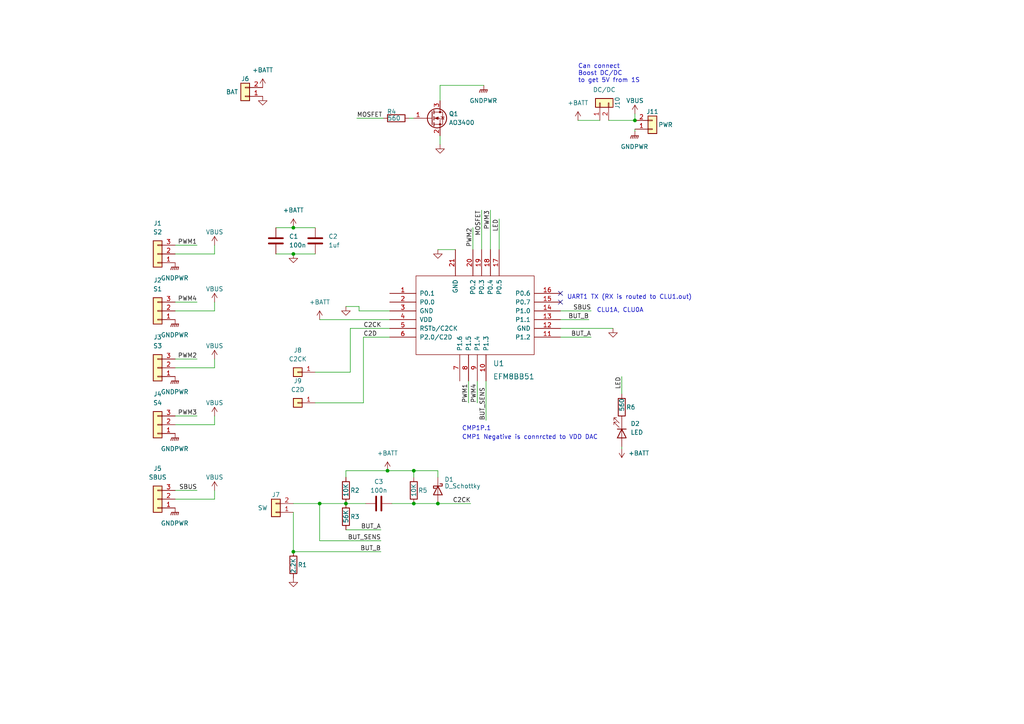
<source format=kicad_sch>
(kicad_sch (version 20211123) (generator eeschema)
  (paper "A4")
  (lib_symbols
    (symbol "Connector_Generic:Conn_01x01" (pin_names (offset 1.016) hide)
      (property "Reference" "J" (at 0 2.54 0))
      (property "Value" "Conn_01x01" (at 0 -2.54 0))
      (symbol "Conn_01x01_1_1"
        (rectangle (start -1.27 0.127) (end 0 -0.127) (stroke (width 0.1524)))
        (rectangle (start -1.27 1.27) (end 1.27 -1.27) (stroke (width 0.254)) (fill (type background)))
        (pin passive line (at -5.08 0 0) (length 3.81) (name "Pin_1") (number "1"))
      )
    )
    (symbol "Connector_Generic:Conn_01x02" (pin_names (offset 1.016) hide)
      (property "Reference" "J" (at 0 2.54 0))
      (property "Value" "Conn_01x02" (at 0 -5.08 0))
      (symbol "Conn_01x02_1_1"
        (rectangle (start -1.27 -2.413) (end 0 -2.667) (stroke (width 0.1524)))
        (rectangle (start -1.27 0.127) (end 0 -0.127) (stroke (width 0.1524)))
        (rectangle (start -1.27 1.27) (end 1.27 -3.81) (stroke (width 0.254)) (fill (type background)))
        (pin passive line (at -5.08 0 0) (length 3.81) (name "Pin_1") (number "1"))
        (pin passive line (at -5.08 -2.54 0) (length 3.81) (name "Pin_2") (number "2"))
      )
    )
    (symbol "Connector_Generic:Conn_01x03" (pin_names (offset 1.016) hide)
      (property "Reference" "J" (at 0 5.08 0))
      (property "Value" "Conn_01x03" (at 0 -5.08 0))
      (symbol "Conn_01x03_1_1"
        (rectangle (start -1.27 -2.413) (end 0 -2.667) (stroke (width 0.1524)))
        (rectangle (start -1.27 0.127) (end 0 -0.127) (stroke (width 0.1524)))
        (rectangle (start -1.27 2.667) (end 0 2.413) (stroke (width 0.1524)))
        (rectangle (start -1.27 3.81) (end 1.27 -3.81) (stroke (width 0.254)) (fill (type background)))
        (pin passive line (at -5.08 2.54 0) (length 3.81) (name "Pin_1") (number "1"))
        (pin passive line (at -5.08 0 0) (length 3.81) (name "Pin_2") (number "2"))
        (pin passive line (at -5.08 -2.54 0) (length 3.81) (name "Pin_3") (number "3"))
      )
    )
    (symbol "Device:C" (pin_numbers hide) (pin_names (offset 0.254))
      (property "Reference" "C" (at 0.635 2.54 0))
      (property "Value" "C" (at 0.635 -2.54 0))
      (symbol "C_0_1"
        (polyline (pts (xy -2.032 -0.762) (xy 2.032 -0.762)) (stroke (width 0.508)))
        (polyline (pts (xy -2.032 0.762) (xy 2.032 0.762)) (stroke (width 0.508)))
      )
      (symbol "C_1_1"
        (pin passive line (at 0 3.81 270) (length 2.794) (name "~") (number "1"))
        (pin passive line (at 0 -3.81 90) (length 2.794) (name "~") (number "2"))
      )
    )
    (symbol "Device:D_Schottky" (pin_numbers hide) (pin_names (offset 1.016) hide)
      (property "Reference" "D" (at 0 2.54 0))
      (property "Value" "D_Schottky" (at 0 -2.54 0))
      (symbol "D_Schottky_0_1"
        (polyline (pts (xy 1.27 0) (xy -1.27 0)))
        (polyline (pts (xy 1.27 1.27) (xy 1.27 -1.27) (xy -1.27 0) (xy 1.27 1.27)) (stroke (width 0.254)))
        (polyline (pts (xy -1.905 0.635) (xy -1.905 1.27) (xy -1.27 1.27) (xy -1.27 -1.27) (xy -0.635 -1.27) (xy -0.635 -0.635)) (stroke (width 0.254)))
      )
      (symbol "D_Schottky_1_1"
        (pin passive line (at -3.81 0 0) (length 2.54) (name "K") (number "1"))
        (pin passive line (at 3.81 0 180) (length 2.54) (name "A") (number "2"))
      )
    )
    (symbol "Device:LED" (pin_numbers hide) (pin_names (offset 1.016) hide)
      (property "Reference" "D" (at 0 2.54 0))
      (property "Value" "LED" (at 0 -2.54 0))
      (symbol "LED_0_1"
        (polyline (pts (xy -1.27 -1.27) (xy -1.27 1.27)) (stroke (width 0.254)))
        (polyline (pts (xy -1.27 0) (xy 1.27 0)))
        (polyline (pts (xy 1.27 -1.27) (xy 1.27 1.27) (xy -1.27 0) (xy 1.27 -1.27)) (stroke (width 0.254)))
        (polyline (pts (xy -3.048 -0.762) (xy -4.572 -2.286) (xy -3.81 -2.286) (xy -4.572 -2.286) (xy -4.572 -1.524)))
        (polyline (pts (xy -1.778 -0.762) (xy -3.302 -2.286) (xy -2.54 -2.286) (xy -3.302 -2.286) (xy -3.302 -1.524)))
      )
      (symbol "LED_1_1"
        (pin passive line (at -3.81 0 0) (length 2.54) (name "K") (number "1"))
        (pin passive line (at 3.81 0 180) (length 2.54) (name "A") (number "2"))
      )
    )
    (symbol "Device:Q_NMOS_GSD" (pin_names (offset 0) hide)
      (property "Reference" "Q" (at 5.08 1.27 0))
      (property "Value" "Q_NMOS_GSD" (at 5.08 -1.27 0))
      (symbol "Q_NMOS_GSD_0_1"
        (polyline (pts (xy 0.254 0) (xy -2.54 0)))
        (polyline (pts (xy 0.254 1.905) (xy 0.254 -1.905)) (stroke (width 0.254)))
        (polyline (pts (xy 0.762 -1.27) (xy 0.762 -2.286)) (stroke (width 0.254)))
        (polyline (pts (xy 0.762 0.508) (xy 0.762 -0.508)) (stroke (width 0.254)))
        (polyline (pts (xy 0.762 2.286) (xy 0.762 1.27)) (stroke (width 0.254)))
        (polyline (pts (xy 2.54 2.54) (xy 2.54 1.778)))
        (polyline (pts (xy 2.54 -2.54) (xy 2.54 0) (xy 0.762 0)))
        (polyline (pts (xy 0.762 -1.778) (xy 3.302 -1.778) (xy 3.302 1.778) (xy 0.762 1.778)))
        (polyline (pts (xy 1.016 0) (xy 2.032 0.381) (xy 2.032 -0.381) (xy 1.016 0)) (fill (type outline)))
        (polyline (pts (xy 2.794 0.508) (xy 2.921 0.381) (xy 3.683 0.381) (xy 3.81 0.254)))
        (polyline (pts (xy 3.302 0.381) (xy 2.921 -0.254) (xy 3.683 -0.254) (xy 3.302 0.381)))
        (circle (center 1.651 0) (radius 2.794) (stroke (width 0.254)))
        (circle (center 2.54 -1.778) (radius 0.254) (fill (type outline)))
        (circle (center 2.54 1.778) (radius 0.254) (fill (type outline)))
      )
      (symbol "Q_NMOS_GSD_1_1"
        (pin input line (at -5.08 0 0) (length 2.54) (name "G") (number "1"))
        (pin passive line (at 2.54 -5.08 90) (length 2.54) (name "S") (number "2"))
        (pin passive line (at 2.54 5.08 270) (length 2.54) (name "D") (number "3"))
      )
    )
    (symbol "Device:R" (pin_numbers hide) (pin_names (offset 0))
      (property "Reference" "R" (at 2.032 0 90))
      (property "Value" "R" (at 0 0 90))
      (symbol "R_0_1"
        (rectangle (start -1.016 -2.54) (end 1.016 2.54) (stroke (width 0.254)))
      )
      (symbol "R_1_1"
        (pin passive line (at 0 3.81 270) (length 1.27) (name "~") (number "1"))
        (pin passive line (at 0 -3.81 90) (length 1.27) (name "~") (number "2"))
      )
    )
    (symbol "KiCadCustomLibraries:EFM8BB21" (pin_names (offset 1.016))
      (property "Reference" "U" (at 0 1.27 0))
      (property "Value" "EFM8BB21" (at 0 3.81 0))
      (symbol "EFM8BB21_0_1"
        (rectangle (start -16.51 12.7) (end 17.78 -10.16))
      )
      (symbol "EFM8BB21_1_1"
        (pin input line (at -24.13 7.62 0) (length 7.62) (name "P0.1") (number "1"))
        (pin input line (at 3.81 -17.78 90) (length 7.62) (name "P1.3") (number "10"))
        (pin input line (at 25.4 -5.08 180) (length 7.62) (name "P1.2") (number "11"))
        (pin input line (at 25.4 -2.54 180) (length 7.62) (name "GND") (number "12"))
        (pin input line (at 25.4 0 180) (length 7.62) (name "P1.1") (number "13"))
        (pin input line (at 25.4 2.54 180) (length 7.62) (name "P1.0") (number "14"))
        (pin input line (at 25.4 5.08 180) (length 7.62) (name "P0.7") (number "15"))
        (pin input line (at 25.4 7.62 180) (length 7.62) (name "P0.6") (number "16"))
        (pin input line (at 7.62 20.32 270) (length 7.62) (name "P0.5") (number "17"))
        (pin input line (at 5.08 20.32 270) (length 7.62) (name "P0.4") (number "18"))
        (pin input line (at 2.54 20.32 270) (length 7.62) (name "P0.3") (number "19"))
        (pin input line (at -24.13 5.08 0) (length 7.62) (name "P0.0") (number "2"))
        (pin input line (at 0 20.32 270) (length 7.62) (name "P0.2") (number "20"))
        (pin input line (at -5.08 20.32 270) (length 7.62) (name "GND") (number "21"))
        (pin input line (at -24.13 2.54 0) (length 7.62) (name "GND") (number "3"))
        (pin input line (at -24.13 0 0) (length 7.62) (name "VDD") (number "4"))
        (pin input line (at -24.13 -2.54 0) (length 7.62) (name "RSTb/C2CK") (number "5"))
        (pin input line (at -24.13 -5.08 0) (length 7.62) (name "P2.0/C2D") (number "6"))
        (pin input line (at -3.81 -17.78 90) (length 7.62) (name "P1.6") (number "7"))
        (pin input line (at -1.27 -17.78 90) (length 7.62) (name "P1.5") (number "8"))
        (pin input line (at 1.27 -17.78 90) (length 7.62) (name "P1.4") (number "9"))
      )
    )
    (symbol "power:+BATT" (power) (pin_names (offset 0))
      (property "Value" "+BATT" (at 0 3.556 0))
      (symbol "+BATT_0_1"
        (polyline (pts (xy -0.762 1.27) (xy 0 2.54)))
        (polyline (pts (xy 0 0) (xy 0 2.54)))
        (polyline (pts (xy 0 2.54) (xy 0.762 1.27)))
      )
      (symbol "+BATT_1_1"
        (pin power_in line (at 0 0 90) (length 0) hide (name "+BATT") (number "1"))
      )
    )
    (symbol "power:GND" (power) (pin_names (offset 0))
      (property "Value" "GND" (at 0 -3.81 0))
      (symbol "GND_0_1"
        (polyline (pts (xy 0 0) (xy 0 -1.27) (xy 1.27 -1.27) (xy 0 -2.54) (xy -1.27 -1.27) (xy 0 -1.27)))
      )
      (symbol "GND_1_1"
        (pin power_in line (at 0 0 270) (length 0) hide (name "GND") (number "1"))
      )
    )
    (symbol "power:GNDPWR" (power) (pin_names (offset 0))
      (property "Value" "GNDPWR" (at 0 -3.302 0))
      (symbol "GNDPWR_0_1"
        (polyline (pts (xy 0 -1.27) (xy 0 0)))
        (polyline (pts (xy -1.016 -1.27) (xy -1.27 -2.032) (xy -1.27 -2.032)) (stroke (width 0.2032)))
        (polyline (pts (xy -0.508 -1.27) (xy -0.762 -2.032) (xy -0.762 -2.032)) (stroke (width 0.2032)))
        (polyline (pts (xy 0 -1.27) (xy -0.254 -2.032) (xy -0.254 -2.032)) (stroke (width 0.2032)))
        (polyline (pts (xy 0.508 -1.27) (xy 0.254 -2.032) (xy 0.254 -2.032)) (stroke (width 0.2032)))
        (polyline (pts (xy 1.016 -1.27) (xy -1.016 -1.27) (xy -1.016 -1.27)) (stroke (width 0.2032)))
        (polyline (pts (xy 1.016 -1.27) (xy 0.762 -2.032) (xy 0.762 -2.032) (xy 0.762 -2.032)) (stroke (width 0.2032)))
      )
      (symbol "GNDPWR_1_1"
        (pin power_in line (at 0 0 270) (length 0) hide (name "GNDPWR") (number "1"))
      )
    )
    (symbol "power:VBUS" (power) (pin_names (offset 0))
      (property "Value" "VBUS" (at 0 3.81 0))
      (symbol "VBUS_0_1"
        (polyline (pts (xy -0.762 1.27) (xy 0 2.54)))
        (polyline (pts (xy 0 0) (xy 0 2.54)))
        (polyline (pts (xy 0 2.54) (xy 0.762 1.27)))
      )
      (symbol "VBUS_1_1"
        (pin power_in line (at 0 0 90) (length 0) hide (name "VBUS") (number "1"))
      )
    )
  )
  (junction (at 120.015 136.525))
  (junction (at 120.015 146.05))
  (junction (at 112.395 136.525))
  (junction (at 184.15 34.925))
  (junction (at 85.09 160.02))
  (junction (at 100.33 146.05))
  (junction (at 85.09 66.04))
  (junction (at 92.71 146.05))
  (junction (at 85.09 73.66))
  (junction (at 127 146.05))
  (no_connect (at 162.56 85.09))
  (no_connect (at 162.56 87.63))
  (wire (pts (xy 162.56 95.25) (xy 177.8 95.25)))
  (wire (pts (xy 62.23 120.65) (xy 62.23 123.19)))
  (wire (pts (xy 127 72.39) (xy 132.08 72.39)))
  (wire (pts (xy 100.33 146.05) (xy 106.045 146.05)))
  (wire (pts (xy 50.8 87.63) (xy 57.15 87.63)))
  (wire (pts (xy 100.33 153.67) (xy 110.49 153.67)))
  (wire (pts (xy 118.745 34.29) (xy 120.015 34.29)))
  (wire (pts (xy 144.78 72.39) (xy 144.78 63.5)))
  (wire (pts (xy 139.7 60.96) (xy 139.7 72.39)))
  (wire (pts (xy 50.8 71.12) (xy 57.15 71.12)))
  (wire (pts (xy 50.8 144.78) (xy 62.23 144.78)))
  (wire (pts (xy 85.09 160.02) (xy 110.49 160.02)))
  (wire (pts (xy 140.97 121.92) (xy 140.97 110.49)))
  (wire (pts (xy 62.23 87.63) (xy 62.23 90.17)))
  (wire (pts (xy 127.635 24.765) (xy 127.635 29.21)))
  (wire (pts (xy 120.015 136.525) (xy 127 136.525)))
  (wire (pts (xy 92.71 146.05) (xy 100.33 146.05)))
  (wire (pts (xy 101.6 95.25) (xy 101.6 107.95)))
  (wire (pts (xy 180.34 129.54) (xy 180.34 130.175)))
  (wire (pts (xy 127.635 39.37) (xy 127.635 41.91)))
  (wire (pts (xy 176.53 34.925) (xy 184.15 34.925)))
  (wire (pts (xy 127.635 24.765) (xy 140.335 24.765)))
  (wire (pts (xy 85.09 73.66) (xy 91.44 73.66)))
  (wire (pts (xy 92.71 156.845) (xy 110.49 156.845)))
  (wire (pts (xy 80.01 73.66) (xy 85.09 73.66)))
  (wire (pts (xy 135.89 110.49) (xy 135.89 116.84)))
  (wire (pts (xy 180.34 109.22) (xy 180.34 114.3)))
  (wire (pts (xy 62.23 71.12) (xy 62.23 73.66)))
  (wire (pts (xy 105.41 116.84) (xy 105.41 97.79)))
  (wire (pts (xy 50.8 73.66) (xy 62.23 73.66)))
  (wire (pts (xy 142.24 60.96) (xy 142.24 72.39)))
  (wire (pts (xy 162.56 90.17) (xy 171.45 90.17)))
  (wire (pts (xy 138.43 116.84) (xy 138.43 110.49)))
  (wire (pts (xy 112.395 136.525) (xy 120.015 136.525)))
  (wire (pts (xy 111.125 34.29) (xy 103.505 34.29)))
  (wire (pts (xy 137.16 66.04) (xy 137.16 72.39)))
  (wire (pts (xy 113.03 90.17) (xy 104.14 90.17)))
  (wire (pts (xy 184.15 33.02) (xy 184.15 34.925)))
  (wire (pts (xy 62.23 142.24) (xy 62.23 144.78)))
  (wire (pts (xy 80.01 66.04) (xy 85.09 66.04)))
  (wire (pts (xy 127 146.05) (xy 136.525 146.05)))
  (wire (pts (xy 120.015 146.05) (xy 127 146.05)))
  (wire (pts (xy 92.71 92.71) (xy 113.03 92.71)))
  (wire (pts (xy 100.33 138.43) (xy 100.33 136.525)))
  (wire (pts (xy 104.14 90.17) (xy 104.14 88.9)))
  (wire (pts (xy 91.44 107.95) (xy 101.6 107.95)))
  (wire (pts (xy 50.8 123.19) (xy 62.23 123.19)))
  (wire (pts (xy 50.8 120.65) (xy 57.15 120.65)))
  (wire (pts (xy 113.665 146.05) (xy 120.015 146.05)))
  (wire (pts (xy 162.56 97.79) (xy 171.45 97.79)))
  (wire (pts (xy 162.56 92.71) (xy 170.815 92.71)))
  (wire (pts (xy 50.8 90.17) (xy 62.23 90.17)))
  (wire (pts (xy 50.8 106.68) (xy 62.23 106.68)))
  (wire (pts (xy 104.14 88.9) (xy 100.33 88.9)))
  (wire (pts (xy 62.23 104.14) (xy 62.23 106.68)))
  (wire (pts (xy 91.44 116.84) (xy 105.41 116.84)))
  (wire (pts (xy 105.41 97.79) (xy 113.03 97.79)))
  (wire (pts (xy 50.8 104.14) (xy 57.15 104.14)))
  (wire (pts (xy 92.71 156.845) (xy 92.71 146.05)))
  (wire (pts (xy 85.09 146.05) (xy 92.71 146.05)))
  (wire (pts (xy 167.64 34.925) (xy 173.99 34.925)))
  (wire (pts (xy 101.6 95.25) (xy 113.03 95.25)))
  (wire (pts (xy 120.015 136.525) (xy 120.015 138.43)))
  (wire (pts (xy 50.8 142.24) (xy 57.15 142.24)))
  (wire (pts (xy 85.09 66.04) (xy 91.44 66.04)))
  (wire (pts (xy 184.15 37.465) (xy 184.15 38.1)))
  (wire (pts (xy 127 136.525) (xy 127 138.43)))
  (wire (pts (xy 85.09 148.59) (xy 85.09 160.02)))
  (wire (pts (xy 100.33 136.525) (xy 112.395 136.525)))
  (text "UART1 TX (RX is routed to CLU1.out)" (at 164.465 86.995 0) (effects (font (size 1.27 1.27)) (justify left bottom)))
  (text "CMP1 Negative is connrcted to VDD DAC" (at 133.985 127.635 0) (effects (font (size 1.27 1.27)) (justify left bottom)))
  (text "Can connect\nBoost DC/DC\nto get 5V from 1S" (at 167.64 24.13 0) (effects (font (size 1.27 1.27)) (justify left bottom)))
  (text "CMP1P.1" (at 133.985 125.095 0) (effects (font (size 1.27 1.27)) (justify left bottom)))
  (text "CLU1A, CLU0A" (at 186.69 90.805 180) (effects (font (size 1.27 1.27)) (justify right bottom)))
  (label "C2CK" (at 105.41 95.25 0))
  (label "BUT_A" (at 110.49 153.67 180))
  (label "BUT_SENS" (at 110.49 156.845 180))
  (label "MOSFET" (at 103.505 34.29 0))
  (label "C2CK" (at 136.525 146.05 180))
  (label "C2D" (at 105.41 97.79 0))
  (label "PWM4" (at 57.15 87.63 180))
  (label "PWM3" (at 142.24 60.96 270))
  (label "PWM2" (at 57.15 104.14 180))
  (label "PWM4" (at 138.43 116.84 90))
  (label "PWM1" (at 57.15 71.12 180))
  (label "LED" (at 180.34 109.22 270))
  (label "BUT_SENS" (at 140.97 121.92 90))
  (label "SBUS" (at 57.15 142.24 180))
  (label "LED" (at 144.78 63.5 270))
  (label "PWM2" (at 137.16 66.04 270))
  (label "BUT_A" (at 171.45 97.79 180))
  (label "MOSFET" (at 139.7 60.96 270))
  (label "SBUS" (at 171.45 90.17 180))
  (label "BUT_B" (at 110.49 160.02 180))
  (label "PWM3" (at 57.15 120.65 180))
  (label "PWM1" (at 135.89 116.84 90))
  (label "BUT_B" (at 170.815 92.71 180))
  (symbol (lib_id "Device:LED") (at 180.34 125.73 270) (unit 1)
    (property "Reference" "D2" (at 182.88 122.8724 90) (effects (justify left)))
    (property "Value" "LED" (at 182.88 125.4124 90) (effects (justify left)))
    (property "Footprint" "LED_SMD:LED_0805_2012Metric" (effects hide))
  )
  (symbol (lib_id "Device:R") (at 85.09 163.83 0) (unit 1)
    (property "Reference" "R1" (at 86.36 163.83 0) (effects (justify left)))
    (property "Value" "2.2K" (at 85.09 166.37 90) (effects (justify left)))
    (property "Footprint" "Resistor_SMD:R_0603_1608Metric" (effects hide))
  )
  (symbol (lib_id "Connector_Generic:Conn_01x03") (at 45.72 144.78 180) (unit 1)
    (property "Reference" "J5" (at 45.72 135.89 0))
    (property "Value" "SBUS" (at 45.72 138.43 0))
    (property "Footprint" "KiCadCustomLibs:Pads_prog_3pin1.25mm" (effects hide))
  )
  (symbol (lib_id "power:+BATT") (at 167.64 34.925 0) (unit 1)
    (property "Reference" "#PWR022" (effects hide))
    (property "Value" "+BATT" (at 167.64 29.845 0))
  )
  (symbol (lib_id "power:VBUS") (at 62.23 71.12 0) (unit 1)
    (property "Reference" "#PWR06" (effects hide))
    (property "Value" "VBUS" (at 62.23 67.31 0))
  )
  (symbol (lib_id "Connector_Generic:Conn_01x03") (at 45.72 106.68 180) (unit 1)
    (property "Reference" "J3" (at 45.72 97.79 0))
    (property "Value" "S3" (at 45.72 100.33 0))
    (property "Footprint" "KiCadCustomLibs:Pads_prog_3pin1.25mm" (effects hide))
  )
  (symbol (lib_id "Connector_Generic:Conn_01x02") (at 189.23 37.465 0) (mirror x) (unit 1)
    (property "Reference" "J11" (at 189.23 32.385 0))
    (property "Value" "PWR" (at 193.04 36.195 0))
    (property "Footprint" "Connector_PinHeader_2.00mm:PinHeader_1x02_P2.00mm_Vertical" (effects hide))
  )
  (symbol (lib_id "Device:D_Schottky") (at 127 142.24 270) (unit 1)
    (property "Reference" "D1" (at 128.905 139.065 90) (effects (justify left)))
    (property "Value" "D_Schottky" (at 128.905 140.97 90) (effects (justify left)))
    (property "Footprint" "Diode_SMD:D_SOD-523" (effects hide))
  )
  (symbol (lib_id "power:GND") (at 127 72.39 0) (unit 1)
    (property "Reference" "#PWR019" (effects hide))
    (property "Value" "GND" (effects hide))
  )
  (symbol (lib_id "power:GND") (at 85.09 167.64 0) (unit 1)
    (property "Reference" "#PWR015" (effects hide))
    (property "Value" "GND" (effects hide))
  )
  (symbol (lib_id "Device:C") (at 91.44 69.85 0) (unit 1)
    (property "Reference" "C2" (at 95.25 68.5799 0) (effects (justify left)))
    (property "Value" "1uf" (at 95.25 71.1199 0) (effects (justify left)))
    (property "Footprint" "Capacitor_SMD:C_0603_1608Metric" (effects hide))
  )
  (symbol (lib_id "power:GND") (at 100.33 88.9 0) (unit 1)
    (property "Reference" "#PWR017" (effects hide))
    (property "Value" "GND" (effects hide))
  )
  (symbol (lib_id "power:+BATT") (at 76.2 25.4 0) (unit 1)
    (property "Reference" "#PWR011" (effects hide))
    (property "Value" "+BATT" (at 76.2 20.32 0))
  )
  (symbol (lib_id "power:+BATT") (at 180.34 130.175 180) (unit 1)
    (property "Reference" "#PWR024" (effects hide))
    (property "Value" "+BATT" (at 182.245 131.4449 0) (effects (justify right)))
  )
  (symbol (lib_id "power:GNDPWR") (at 50.8 109.22 0) (unit 1)
    (property "Reference" "#PWR03" (effects hide))
    (property "Value" "GNDPWR" (at 50.673 113.665 0))
  )
  (symbol (lib_id "power:GNDPWR") (at 50.8 76.2 0) (unit 1)
    (property "Reference" "#PWR01" (effects hide))
    (property "Value" "GNDPWR" (at 50.673 80.645 0))
  )
  (symbol (lib_id "power:VBUS") (at 62.23 120.65 0) (unit 1)
    (property "Reference" "#PWR09" (effects hide))
    (property "Value" "VBUS" (at 62.23 116.84 0))
  )
  (symbol (lib_id "Device:R") (at 100.33 142.24 0) (unit 1)
    (property "Reference" "R2" (at 101.6 142.24 0) (effects (justify left)))
    (property "Value" "10K" (at 100.33 144.145 90) (effects (justify left)))
    (property "Footprint" "Resistor_SMD:R_0603_1608Metric" (effects hide))
  )
  (symbol (lib_id "power:GNDPWR") (at 140.335 24.765 0) (unit 1)
    (property "Reference" "#PWR021" (effects hide))
    (property "Value" "GNDPWR" (at 140.208 29.21 0))
  )
  (symbol (lib_id "power:GND") (at 177.8 95.25 0) (unit 1)
    (property "Reference" "#PWR023" (effects hide))
    (property "Value" "GND" (effects hide))
  )
  (symbol (lib_id "Connector_Generic:Conn_01x03") (at 45.72 123.19 180) (unit 1)
    (property "Reference" "J4" (at 45.72 114.3 0))
    (property "Value" "S4" (at 45.72 116.84 0))
    (property "Footprint" "KiCadCustomLibs:Pads_prog_3pin1.25mm" (effects hide))
  )
  (symbol (lib_id "Device:Q_NMOS_GSD") (at 125.095 34.29 0) (unit 1)
    (property "Reference" "Q1" (at 130.175 33.02 0) (effects (justify left)))
    (property "Value" "AO3400" (at 130.175 35.56 0) (effects (justify left)))
    (property "Footprint" "Package_TO_SOT_SMD:SOT-23" (effects hide))
  )
  (symbol (lib_id "power:+BATT") (at 85.09 66.04 0) (unit 1)
    (property "Reference" "#PWR013" (effects hide))
    (property "Value" "+BATT" (at 85.09 60.96 0))
  )
  (symbol (lib_id "Connector_Generic:Conn_01x02") (at 71.12 27.94 180) (unit 1)
    (property "Reference" "J6" (at 71.12 22.86 0))
    (property "Value" "BAT" (at 67.31 26.67 0))
    (property "Footprint" "KiCadCustomLibs:Conn_1x02_2.54_0.9mm" (effects hide))
  )
  (symbol (lib_id "Connector_Generic:Conn_01x01") (at 86.36 116.84 180) (unit 1)
    (property "Reference" "J9" (at 86.36 110.49 0))
    (property "Value" "C2D" (at 86.36 113.03 0))
    (property "Footprint" "KiCadCustomLibs:RC_PAD_TRIANGLE" (effects hide))
  )
  (symbol (lib_id "power:+BATT") (at 92.71 92.71 0) (unit 1)
    (property "Reference" "#PWR016" (effects hide))
    (property "Value" "+BATT" (at 92.71 87.63 0))
  )
  (symbol (lib_id "Device:R") (at 100.33 149.86 0) (unit 1)
    (property "Reference" "R3" (at 101.6 149.86 0) (effects (justify left)))
    (property "Value" "56K" (at 100.33 151.765 90) (effects (justify left)))
    (property "Footprint" "Resistor_SMD:R_0603_1608Metric" (effects hide))
  )
  (symbol (lib_id "power:GNDPWR") (at 184.15 38.1 0) (unit 1)
    (property "Reference" "#PWR026" (effects hide))
    (property "Value" "GNDPWR" (at 184.023 42.545 0))
  )
  (symbol (lib_id "power:GND") (at 127.635 41.91 0) (mirror y) (unit 1)
    (property "Reference" "#PWR020" (effects hide))
    (property "Value" "GND" (effects hide))
  )
  (symbol (lib_id "Connector_Generic:Conn_01x02") (at 80.01 148.59 180) (unit 1)
    (property "Reference" "J7" (at 80.01 143.51 0))
    (property "Value" "SW" (at 76.2 147.32 0))
    (property "Footprint" "KiCadCustomLibs:XFL2006-inductor" (effects hide))
  )
  (symbol (lib_id "power:VBUS") (at 62.23 104.14 0) (unit 1)
    (property "Reference" "#PWR08" (effects hide))
    (property "Value" "VBUS" (at 62.23 100.33 0))
  )
  (symbol (lib_id "power:VBUS") (at 62.23 87.63 0) (unit 1)
    (property "Reference" "#PWR07" (effects hide))
    (property "Value" "VBUS" (at 62.23 83.82 0))
  )
  (symbol (lib_id "Connector_Generic:Conn_01x02") (at 173.99 29.845 90) (unit 1)
    (property "Reference" "J10" (at 179.07 29.845 0))
    (property "Value" "DC/DC" (at 175.26 26.035 90))
    (property "Footprint" "KiCadCustomLibs:XFL2006-inductor" (effects hide))
  )
  (symbol (lib_id "power:GNDPWR") (at 50.8 92.71 0) (unit 1)
    (property "Reference" "#PWR02" (effects hide))
    (property "Value" "GNDPWR" (at 50.673 97.155 0))
  )
  (symbol (lib_id "power:VBUS") (at 184.15 33.02 0) (unit 1)
    (property "Reference" "#PWR025" (effects hide))
    (property "Value" "VBUS" (at 184.15 29.21 0))
  )
  (symbol (lib_id "Device:R") (at 114.935 34.29 90) (unit 1)
    (property "Reference" "R4" (at 114.935 32.385 90) (effects (justify left)))
    (property "Value" "560" (at 116.205 34.29 90) (effects (justify left)))
    (property "Footprint" "Resistor_SMD:R_0603_1608Metric" (effects hide))
  )
  (symbol (lib_id "Connector_Generic:Conn_01x03") (at 45.72 73.66 180) (unit 1)
    (property "Reference" "J1" (at 45.72 64.77 0))
    (property "Value" "S2" (at 45.72 67.31 0))
    (property "Footprint" "KiCadCustomLibs:Pads_prog_3pin1.25mm" (effects hide))
  )
  (symbol (lib_id "Connector_Generic:Conn_01x01") (at 86.36 107.95 180) (unit 1)
    (property "Reference" "J8" (at 86.36 101.6 0))
    (property "Value" "C2CK" (at 86.36 104.14 0))
    (property "Footprint" "KiCadCustomLibs:RC_PAD_TRIANGLE" (effects hide))
  )
  (symbol (lib_id "Connector_Generic:Conn_01x03") (at 45.72 90.17 180) (unit 1)
    (property "Reference" "J2" (at 45.72 81.28 0))
    (property "Value" "S1" (at 45.72 83.82 0))
    (property "Footprint" "KiCadCustomLibs:Pads_prog_3pin1.25mm" (effects hide))
  )
  (symbol (lib_id "Device:R") (at 120.015 142.24 0) (unit 1)
    (property "Reference" "R5" (at 121.285 142.24 0) (effects (justify left)))
    (property "Value" "10K" (at 120.015 144.145 90) (effects (justify left)))
    (property "Footprint" "Resistor_SMD:R_0603_1608Metric" (effects hide))
  )
  (symbol (lib_id "power:GND") (at 85.09 73.66 0) (unit 1)
    (property "Reference" "#PWR014" (effects hide))
    (property "Value" "GND" (effects hide))
  )
  (symbol (lib_id "power:GND") (at 76.2 27.94 0) (unit 1)
    (property "Reference" "#PWR012" (effects hide))
    (property "Value" "GND" (effects hide))
  )
  (symbol (lib_id "power:GNDPWR") (at 50.8 147.32 0) (unit 1)
    (property "Reference" "#PWR05" (effects hide))
    (property "Value" "GNDPWR" (at 50.673 151.765 0))
  )
  (symbol (lib_id "Device:C") (at 80.01 69.85 0) (unit 1)
    (property "Reference" "C1" (at 83.82 68.5799 0) (effects (justify left)))
    (property "Value" "100n" (at 83.82 71.1199 0) (effects (justify left)))
    (property "Footprint" "Capacitor_SMD:C_0603_1608Metric" (effects hide))
  )
  (symbol (lib_id "power:+BATT") (at 112.395 136.525 0) (unit 1)
    (property "Reference" "#PWR018" (effects hide))
    (property "Value" "+BATT" (at 112.395 131.445 0))
  )
  (symbol (lib_id "Device:R") (at 180.34 118.11 0) (unit 1)
    (property "Reference" "R6" (at 181.61 118.11 0) (effects (justify left)))
    (property "Value" "560" (at 180.34 119.38 90) (effects (justify left)))
    (property "Footprint" "Resistor_SMD:R_0603_1608Metric" (effects hide))
  )
  (symbol (lib_id "power:GNDPWR") (at 50.8 125.73 0) (unit 1)
    (property "Reference" "#PWR04" (effects hide))
    (property "Value" "GNDPWR" (at 50.673 130.175 0))
  )
  (symbol (lib_id "Device:C") (at 109.855 146.05 90) (unit 1)
    (property "Reference" "C3" (at 109.855 139.7 90))
    (property "Value" "100n" (at 109.855 142.24 90))
    (property "Footprint" "Capacitor_SMD:C_0603_1608Metric" (effects hide))
  )
  (symbol (lib_id "KiCadCustomLibraries:EFM8BB21") (at 137.16 92.71 0) (unit 1)
    (property "Reference" "U1" (at 142.9894 105.41 0) (effects (font (size 1.524 1.524)) (justify left)))
    (property "Value" "EFM8BB51" (at 142.9894 109.22 0) (effects (font (size 1.524 1.524)) (justify left)))
    (property "Footprint" "KiCadCustomLibs:QFN20" (effects hide))
  )
  (symbol (lib_id "power:VBUS") (at 62.23 142.24 0) (unit 1)
    (property "Reference" "#PWR010" (effects hide))
    (property "Value" "VBUS" (at 62.23 138.43 0))
  )
)
</source>
